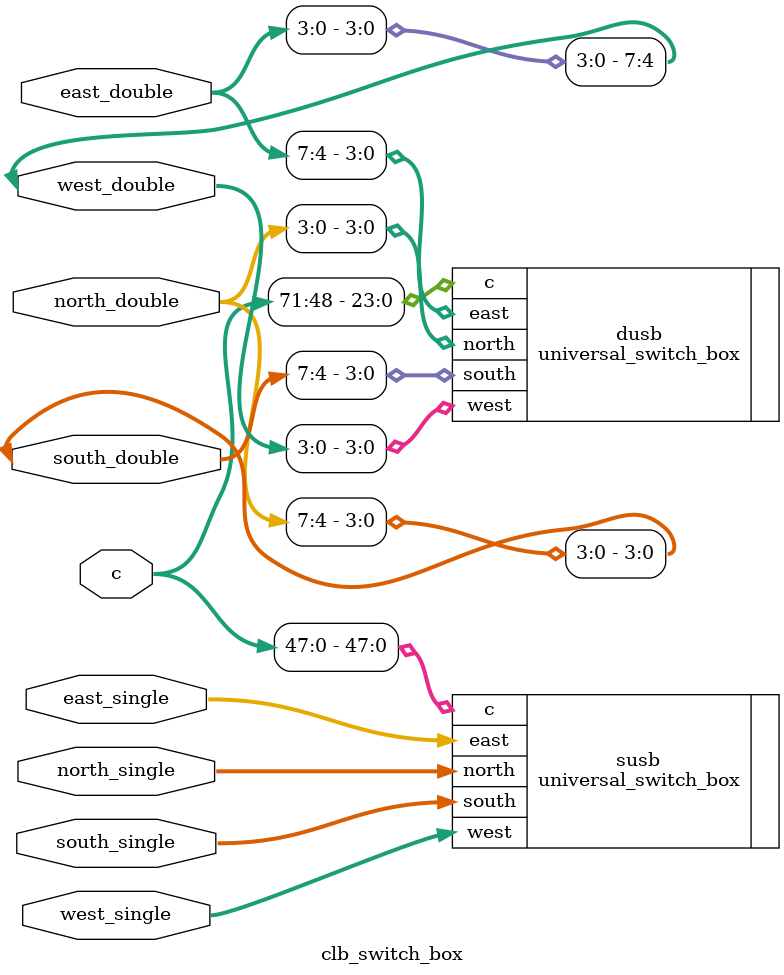
<source format=v>

module clb_switch_box 
  #(
    parameter WS = 8,
    parameter WD = 8 // WD must be multiple of 2
    ) 
   (
    inout [WS-1:0] 	    north_single, east_single, south_single, west_single,
    inout [WD-1:0] 	    north_double, east_double, south_double, west_double,
    input [(WS+WD/2)*6-1:0] c
    );
   
   universal_switch_box 
     #(
       .W(WS)
       )
   susb
     (
      .north(north_single),
      .east(east_single),
      .south(south_single),
      .west(west_single),
      .c(c[WS*6-1:0])
      );
   
   universal_switch_box 
     #(
       .W(WD/2)
       )
   dusb
     (
      .north(north_double[WD/2-1:0]),
      .east(east_double[WD-1:WD/2]),
      .south(south_double[WD-1:WD/2]),
      .west(west_double[WD/2-1:0]),
      .c(c[(WS+WD/2)*6-1:WS*6])
      );
   
   genvar 		    i;
   generate
      for(i = 0; i < WD / 2; i = i + 1) begin : double_direct_connection
         // tran(north_double[i+WD/2], south_double[i]);
         // tran(east_double[i], west_double[i+WD/2]);
         assign north_double[i+WD/2] = south_double[i];
         assign east_double[i] = west_double[i+WD/2];
      end
   endgenerate
   
endmodule

</source>
